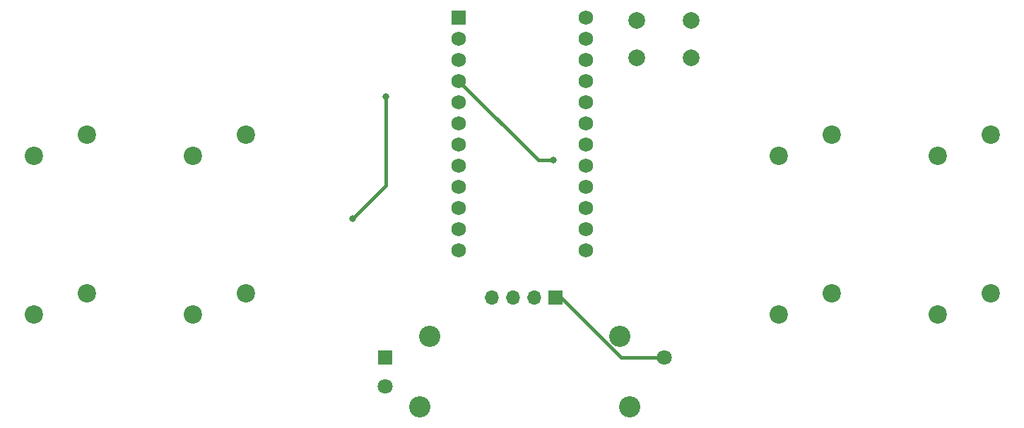
<source format=gbr>
%TF.GenerationSoftware,KiCad,Pcbnew,(7.0.0)*%
%TF.CreationDate,2023-07-30T22:41:47-07:00*%
%TF.ProjectId,macropad-V3,6d616372-6f70-4616-942d-56332e6b6963,rev?*%
%TF.SameCoordinates,Original*%
%TF.FileFunction,Copper,L1,Top*%
%TF.FilePolarity,Positive*%
%FSLAX46Y46*%
G04 Gerber Fmt 4.6, Leading zero omitted, Abs format (unit mm)*
G04 Created by KiCad (PCBNEW (7.0.0)) date 2023-07-30 22:41:47*
%MOMM*%
%LPD*%
G01*
G04 APERTURE LIST*
%TA.AperFunction,ComponentPad*%
%ADD10C,2.200000*%
%TD*%
%TA.AperFunction,ComponentPad*%
%ADD11C,2.000000*%
%TD*%
%TA.AperFunction,ComponentPad*%
%ADD12R,1.752600X1.752600*%
%TD*%
%TA.AperFunction,ComponentPad*%
%ADD13C,1.752600*%
%TD*%
%TA.AperFunction,ComponentPad*%
%ADD14R,1.700000X1.700000*%
%TD*%
%TA.AperFunction,ComponentPad*%
%ADD15O,1.700000X1.700000*%
%TD*%
%TA.AperFunction,ComponentPad*%
%ADD16R,1.800000X1.800000*%
%TD*%
%TA.AperFunction,ComponentPad*%
%ADD17C,1.800000*%
%TD*%
%TA.AperFunction,ComponentPad*%
%ADD18C,2.550000*%
%TD*%
%TA.AperFunction,ViaPad*%
%ADD19C,0.800000*%
%TD*%
%TA.AperFunction,Conductor*%
%ADD20C,0.381000*%
%TD*%
G04 APERTURE END LIST*
D10*
%TO.P,MX7,1,1*%
%TO.N,KEY6*%
X196088000Y-67818000D03*
%TO.P,MX7,2,2*%
%TO.N,GND*%
X189738000Y-70358000D03*
%TD*%
%TO.P,MX2,1,1*%
%TO.N,KEY1*%
X87757000Y-86868000D03*
%TO.P,MX2,2,2*%
%TO.N,GND*%
X81407000Y-89408000D03*
%TD*%
D11*
%TO.P,SW1,1,1*%
%TO.N,GND*%
X153670000Y-54102000D03*
X160170000Y-54102000D03*
%TO.P,SW1,2,2*%
%TO.N,Net-(U1-RST)*%
X153670000Y-58602000D03*
X160170000Y-58602000D03*
%TD*%
D10*
%TO.P,MX6,1,1*%
%TO.N,KEY5*%
X177038000Y-86868000D03*
%TO.P,MX6,2,2*%
%TO.N,GND*%
X170688000Y-89408000D03*
%TD*%
%TO.P,MX4,1,1*%
%TO.N,KEY3*%
X106807000Y-86868000D03*
%TO.P,MX4,2,2*%
%TO.N,GND*%
X100457000Y-89408000D03*
%TD*%
%TO.P,MX5,1,1*%
%TO.N,KEY4*%
X177038000Y-67818000D03*
%TO.P,MX5,2,2*%
%TO.N,GND*%
X170688000Y-70358000D03*
%TD*%
D12*
%TO.P,U1,1,TX*%
%TO.N,unconnected-(U1-TX-Pad1)*%
X132333999Y-53720999D03*
D13*
%TO.P,U1,2,RX*%
%TO.N,unconnected-(U1-RX-Pad2)*%
X132334000Y-56261000D03*
%TO.P,U1,3,GND*%
%TO.N,GND*%
X132334000Y-58801000D03*
%TO.P,U1,4,GND*%
X132334000Y-61341000D03*
%TO.P,U1,5,2*%
%TO.N,SDA*%
X132334000Y-63881000D03*
%TO.P,U1,6,3*%
%TO.N,SCL*%
X132334000Y-66421000D03*
%TO.P,U1,7,4*%
%TO.N,KEY0*%
X132334000Y-68961000D03*
%TO.P,U1,8,5*%
%TO.N,KEY1*%
X132334000Y-71501000D03*
%TO.P,U1,9,6*%
%TO.N,KEY2*%
X132334000Y-74041000D03*
%TO.P,U1,10,7*%
%TO.N,KEY3*%
X132334000Y-76581000D03*
%TO.P,U1,11,8*%
%TO.N,unconnected-(U1-8-Pad11)*%
X132334000Y-79121000D03*
%TO.P,U1,12,9*%
%TO.N,unconnected-(U1-9-Pad12)*%
X132334000Y-81661000D03*
%TO.P,U1,13,10*%
%TO.N,KEY5*%
X147574000Y-81661000D03*
%TO.P,U1,14,16*%
%TO.N,KEY7*%
X147574000Y-79121000D03*
%TO.P,U1,15,14*%
%TO.N,KEY6*%
X147574000Y-76581000D03*
%TO.P,U1,16,15*%
%TO.N,KEY4*%
X147574000Y-74041000D03*
%TO.P,U1,17,A0*%
%TO.N,ADC0*%
X147574000Y-71501000D03*
%TO.P,U1,18,A1*%
%TO.N,unconnected-(U1-A1-Pad18)*%
X147574000Y-68961000D03*
%TO.P,U1,19,A2*%
%TO.N,unconnected-(U1-A2-Pad19)*%
X147574000Y-66421000D03*
%TO.P,U1,20,A3*%
%TO.N,unconnected-(U1-A3-Pad20)*%
X147574000Y-63881000D03*
%TO.P,U1,21,VCC*%
%TO.N,VCC*%
X147574000Y-61341000D03*
%TO.P,U1,22,RST*%
%TO.N,Net-(U1-RST)*%
X147574000Y-58801000D03*
%TO.P,U1,23,GND*%
%TO.N,GND*%
X147574000Y-56261000D03*
%TO.P,U1,24,RAW*%
%TO.N,unconnected-(U1-RAW-Pad24)*%
X147574000Y-53721000D03*
%TD*%
D10*
%TO.P,MX8,1,1*%
%TO.N,KEY7*%
X196088000Y-86868000D03*
%TO.P,MX8,2,2*%
%TO.N,GND*%
X189738000Y-89408000D03*
%TD*%
D14*
%TO.P,128x32oLed1,1,Pin_1*%
%TO.N,GND*%
X143902999Y-87337999D03*
D15*
%TO.P,128x32oLed1,2,Pin_2*%
%TO.N,VCC*%
X141362999Y-87337999D03*
%TO.P,128x32oLed1,3,Pin_3*%
%TO.N,SCL*%
X138822999Y-87337999D03*
%TO.P,128x32oLed1,4,Pin_4*%
%TO.N,SDA*%
X136282999Y-87337999D03*
%TD*%
D10*
%TO.P,MX1,1,1*%
%TO.N,KEY0*%
X87757000Y-67818000D03*
%TO.P,MX1,2,2*%
%TO.N,GND*%
X81407000Y-70358000D03*
%TD*%
%TO.P,MX3,1,1*%
%TO.N,KEY2*%
X106807000Y-67818000D03*
%TO.P,MX3,2,2*%
%TO.N,GND*%
X100457000Y-70358000D03*
%TD*%
D16*
%TO.P,R1,1*%
%TO.N,VCC*%
X123503499Y-94515999D03*
D17*
%TO.P,R1,2*%
%TO.N,ADC0*%
X123503500Y-98016000D03*
%TO.P,R1,3*%
%TO.N,GND*%
X157003500Y-94516000D03*
D18*
%TO.P,R1,S1*%
%TO.N,N/C*%
X128853500Y-92016000D03*
%TO.P,R1,S2*%
X127653500Y-100516000D03*
%TO.P,R1,S3*%
X151653500Y-92016000D03*
%TO.P,R1,S4*%
X152853500Y-100516000D03*
%TD*%
D19*
%TO.N,GND*%
X123571000Y-63246000D03*
X119634000Y-77851000D03*
X143637000Y-70866000D03*
%TD*%
D20*
%TO.N,GND*%
X123571000Y-73914000D02*
X123571000Y-63246000D01*
X119634000Y-77851000D02*
X123571000Y-73914000D01*
X141859000Y-70866000D02*
X143637000Y-70866000D01*
X144620128Y-87338000D02*
X151798127Y-94516000D01*
X143903000Y-87338000D02*
X144620128Y-87338000D01*
X132334000Y-61341000D02*
X141859000Y-70866000D01*
X151798127Y-94516000D02*
X157003500Y-94516000D01*
%TD*%
M02*

</source>
